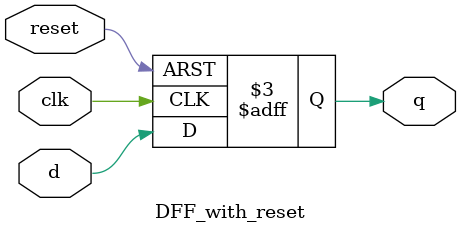
<source format=v>
module DFF_with_reset(d, clk, reset, q);
    input d, clk, reset;
    output reg q;

    always @(posedge clk or negedge reset)
        if(!reset)
            q <= 0;
        else
            q <= d;
endmodule
</source>
